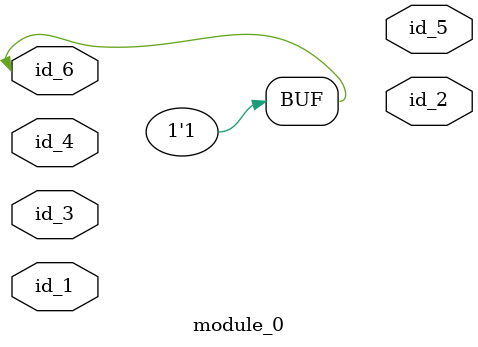
<source format=v>
module module_0 (
    id_1,
    id_2,
    id_3,
    id_4,
    id_5,
    id_6
);
  input id_6;
  output id_5;
  input id_4;
  inout id_3;
  output id_2;
  input id_1;
  wire id_6, id_7, id_8;
  assign id_6[1'b0] = 1;
endmodule

</source>
